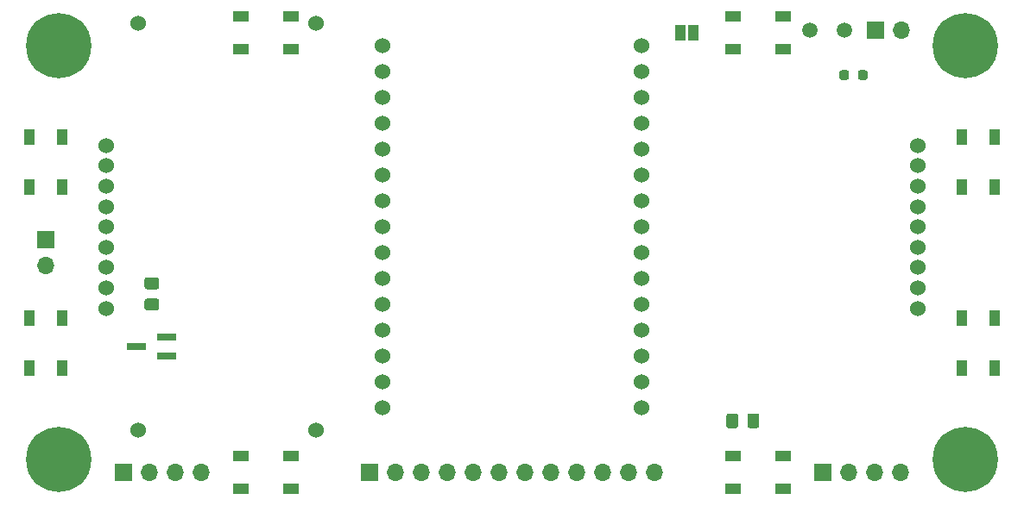
<source format=gts>
%TF.GenerationSoftware,KiCad,Pcbnew,5.99.0+really5.1.10+dfsg1-1*%
%TF.CreationDate,2022-02-16T20:05:08+00:00*%
%TF.ProjectId,lcd,6c63642e-6b69-4636-9164-5f7063625858,rev?*%
%TF.SameCoordinates,Original*%
%TF.FileFunction,Soldermask,Top*%
%TF.FilePolarity,Negative*%
%FSLAX46Y46*%
G04 Gerber Fmt 4.6, Leading zero omitted, Abs format (unit mm)*
G04 Created by KiCad (PCBNEW 5.99.0+really5.1.10+dfsg1-1) date 2022-02-16 20:05:08*
%MOMM*%
%LPD*%
G01*
G04 APERTURE LIST*
%ADD10C,1.500000*%
%ADD11C,1.524000*%
%ADD12C,0.800000*%
%ADD13C,6.400000*%
%ADD14R,1.500000X1.000000*%
%ADD15R,1.000000X1.500000*%
%ADD16R,1.700000X1.700000*%
%ADD17O,1.700000X1.700000*%
%ADD18R,1.900000X0.800000*%
G04 APERTURE END LIST*
D10*
%TO.C,R2*%
X107500000Y-28900000D03*
X104100000Y-28900000D03*
%TD*%
D11*
%TO.C,U2*%
X87630000Y-48260000D03*
X87630000Y-45720000D03*
X87630000Y-43180000D03*
X87630000Y-40640000D03*
X87630000Y-38100000D03*
X87630000Y-35560000D03*
X87630000Y-33020000D03*
X87630000Y-50800000D03*
X87630000Y-53340000D03*
X87630000Y-55880000D03*
X87630000Y-58420000D03*
X87630000Y-60960000D03*
X87630000Y-63500000D03*
X87630000Y-30480000D03*
X87630000Y-66040000D03*
X62230000Y-66040000D03*
X62230000Y-63500000D03*
X62230000Y-60960000D03*
X62230000Y-58420000D03*
X62230000Y-55880000D03*
X62230000Y-53340000D03*
X62230000Y-50800000D03*
X62230000Y-48260000D03*
X62230000Y-45720000D03*
X62230000Y-43180000D03*
X62230000Y-40640000D03*
X62230000Y-38100000D03*
X62230000Y-35560000D03*
X62230000Y-33020000D03*
X62230000Y-30480000D03*
%TD*%
%TO.C,U3*%
X114730000Y-40260000D03*
X114730000Y-42260000D03*
X114730000Y-44260000D03*
X114730000Y-46260000D03*
X114730000Y-48260000D03*
X114730000Y-50260000D03*
X114730000Y-52260000D03*
X114730000Y-54260000D03*
X114730000Y-56260000D03*
X35130000Y-40260000D03*
X35130000Y-42260000D03*
X35130000Y-44260000D03*
X35130000Y-46260000D03*
X35130000Y-48260000D03*
X35130000Y-50260000D03*
X35130000Y-52260000D03*
X35130000Y-54260000D03*
X35130000Y-56260000D03*
%TD*%
%TO.C,U1*%
X38240000Y-28260000D03*
X38240000Y-68260000D03*
X55740000Y-28260000D03*
X55740000Y-68260000D03*
%TD*%
D12*
%TO.C,REF\u002A\u002A*%
X32177056Y-69422944D03*
X30480000Y-68720000D03*
X28782944Y-69422944D03*
X28080000Y-71120000D03*
X28782944Y-72817056D03*
X30480000Y-73520000D03*
X32177056Y-72817056D03*
X32880000Y-71120000D03*
D13*
X30480000Y-71120000D03*
%TD*%
D12*
%TO.C,REF\u002A\u002A*%
X32177056Y-28782944D03*
X30480000Y-28080000D03*
X28782944Y-28782944D03*
X28080000Y-30480000D03*
X28782944Y-32177056D03*
X30480000Y-32880000D03*
X32177056Y-32177056D03*
X32880000Y-30480000D03*
D13*
X30480000Y-30480000D03*
%TD*%
D12*
%TO.C,REF\u002A\u002A*%
X121077056Y-28782944D03*
X119380000Y-28080000D03*
X117682944Y-28782944D03*
X116980000Y-30480000D03*
X117682944Y-32177056D03*
X119380000Y-32880000D03*
X121077056Y-32177056D03*
X121780000Y-30480000D03*
D13*
X119380000Y-30480000D03*
%TD*%
D12*
%TO.C,REF\u002A\u002A*%
X121077056Y-69422944D03*
X119380000Y-68720000D03*
X117682944Y-69422944D03*
X116980000Y-71120000D03*
X117682944Y-72817056D03*
X119380000Y-73520000D03*
X121077056Y-72817056D03*
X121780000Y-71120000D03*
D13*
X119380000Y-71120000D03*
%TD*%
D14*
%TO.C,D1*%
X101510000Y-30810000D03*
X101510000Y-27610000D03*
X96610000Y-30810000D03*
X96610000Y-27610000D03*
%TD*%
D15*
%TO.C,D2*%
X122250000Y-39460000D03*
X119050000Y-39460000D03*
X122250000Y-44360000D03*
X119050000Y-44360000D03*
%TD*%
%TO.C,D3*%
X119050000Y-62140000D03*
X122250000Y-62140000D03*
X119050000Y-57240000D03*
X122250000Y-57240000D03*
%TD*%
D14*
%TO.C,D4*%
X101510000Y-73990000D03*
X101510000Y-70790000D03*
X96610000Y-73990000D03*
X96610000Y-70790000D03*
%TD*%
%TO.C,D5*%
X53250000Y-73990000D03*
X53250000Y-70790000D03*
X48350000Y-73990000D03*
X48350000Y-70790000D03*
%TD*%
D15*
%TO.C,D6*%
X30810000Y-57240000D03*
X27610000Y-57240000D03*
X30810000Y-62140000D03*
X27610000Y-62140000D03*
%TD*%
%TO.C,D7*%
X27610000Y-44360000D03*
X30810000Y-44360000D03*
X27610000Y-39460000D03*
X30810000Y-39460000D03*
%TD*%
D14*
%TO.C,D8*%
X53250000Y-30810000D03*
X53250000Y-27610000D03*
X48350000Y-30810000D03*
X48350000Y-27610000D03*
%TD*%
D16*
%TO.C,J2*%
X60960000Y-72390000D03*
D17*
X63500000Y-72390000D03*
X66040000Y-72390000D03*
X68580000Y-72390000D03*
X71120000Y-72390000D03*
X73660000Y-72390000D03*
X76200000Y-72390000D03*
X78740000Y-72390000D03*
X81280000Y-72390000D03*
X83820000Y-72390000D03*
X86360000Y-72390000D03*
X88900000Y-72390000D03*
%TD*%
%TO.C,J3*%
X113030000Y-72390000D03*
X110490000Y-72390000D03*
X107950000Y-72390000D03*
D16*
X105410000Y-72390000D03*
%TD*%
%TO.C,J4*%
X36830000Y-72390000D03*
D17*
X39370000Y-72390000D03*
X41910000Y-72390000D03*
X44450000Y-72390000D03*
%TD*%
D15*
%TO.C,JP2*%
X91410000Y-29210000D03*
X92710000Y-29210000D03*
%TD*%
D18*
%TO.C,Q1*%
X41100000Y-60960000D03*
X41100000Y-59060000D03*
X38100000Y-60010000D03*
%TD*%
D16*
%TO.C,J1*%
X29210000Y-49530000D03*
D17*
X29210000Y-52070000D03*
%TD*%
%TO.C,C1*%
G36*
G01*
X39127500Y-55292500D02*
X40077500Y-55292500D01*
G75*
G02*
X40327500Y-55542500I0J-250000D01*
G01*
X40327500Y-56217500D01*
G75*
G02*
X40077500Y-56467500I-250000J0D01*
G01*
X39127500Y-56467500D01*
G75*
G02*
X38877500Y-56217500I0J250000D01*
G01*
X38877500Y-55542500D01*
G75*
G02*
X39127500Y-55292500I250000J0D01*
G01*
G37*
G36*
G01*
X39127500Y-53217500D02*
X40077500Y-53217500D01*
G75*
G02*
X40327500Y-53467500I0J-250000D01*
G01*
X40327500Y-54142500D01*
G75*
G02*
X40077500Y-54392500I-250000J0D01*
G01*
X39127500Y-54392500D01*
G75*
G02*
X38877500Y-54142500I0J250000D01*
G01*
X38877500Y-53467500D01*
G75*
G02*
X39127500Y-53217500I250000J0D01*
G01*
G37*
%TD*%
%TO.C,C2*%
G36*
G01*
X95932500Y-67785000D02*
X95932500Y-66835000D01*
G75*
G02*
X96182500Y-66585000I250000J0D01*
G01*
X96857500Y-66585000D01*
G75*
G02*
X97107500Y-66835000I0J-250000D01*
G01*
X97107500Y-67785000D01*
G75*
G02*
X96857500Y-68035000I-250000J0D01*
G01*
X96182500Y-68035000D01*
G75*
G02*
X95932500Y-67785000I0J250000D01*
G01*
G37*
G36*
G01*
X98007500Y-67785000D02*
X98007500Y-66835000D01*
G75*
G02*
X98257500Y-66585000I250000J0D01*
G01*
X98932500Y-66585000D01*
G75*
G02*
X99182500Y-66835000I0J-250000D01*
G01*
X99182500Y-67785000D01*
G75*
G02*
X98932500Y-68035000I-250000J0D01*
G01*
X98257500Y-68035000D01*
G75*
G02*
X98007500Y-67785000I0J250000D01*
G01*
G37*
%TD*%
%TO.C,R1*%
G36*
G01*
X109812500Y-33112500D02*
X109812500Y-33587500D01*
G75*
G02*
X109575000Y-33825000I-237500J0D01*
G01*
X109075000Y-33825000D01*
G75*
G02*
X108837500Y-33587500I0J237500D01*
G01*
X108837500Y-33112500D01*
G75*
G02*
X109075000Y-32875000I237500J0D01*
G01*
X109575000Y-32875000D01*
G75*
G02*
X109812500Y-33112500I0J-237500D01*
G01*
G37*
G36*
G01*
X107987500Y-33112500D02*
X107987500Y-33587500D01*
G75*
G02*
X107750000Y-33825000I-237500J0D01*
G01*
X107250000Y-33825000D01*
G75*
G02*
X107012500Y-33587500I0J237500D01*
G01*
X107012500Y-33112500D01*
G75*
G02*
X107250000Y-32875000I237500J0D01*
G01*
X107750000Y-32875000D01*
G75*
G02*
X107987500Y-33112500I0J-237500D01*
G01*
G37*
%TD*%
D16*
%TO.C,J5*%
X110560000Y-28900000D03*
D17*
X113100000Y-28900000D03*
%TD*%
M02*

</source>
